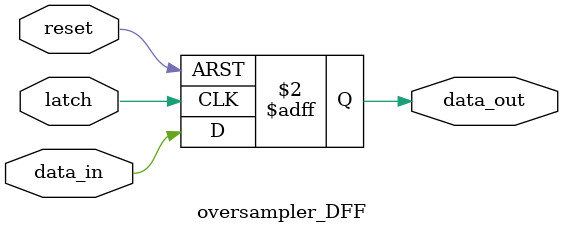
<source format=v>

`timescale 1ns / 1ps

 
module oversampler_DFF(
    input data_in,      // Data bit coming in from LD06 LiDAR sensor
    input latch,        // Enable data bit capture, tick12 signal from counter32
    input reset,        // Asynchronous system reset signal
    output reg data_out // Data bit to be sent to shift_reg376 
    );
    
    always @(posedge latch or posedge reset) begin
        if(reset)
            data_out <= 1'b0;
        else
            data_out <= data_in;
    end    
        
endmodule

</source>
